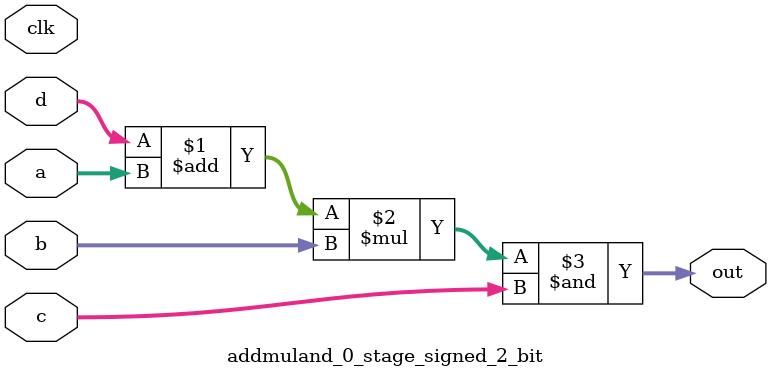
<source format=sv>
(* use_dsp = "yes" *) module addmuland_0_stage_signed_2_bit(
	input signed [1:0] a,
	input signed [1:0] b,
	input signed [1:0] c,
	input signed [1:0] d,
	output [1:0] out,
	input clk);

	assign out = ((d + a) * b) & c;
endmodule

</source>
